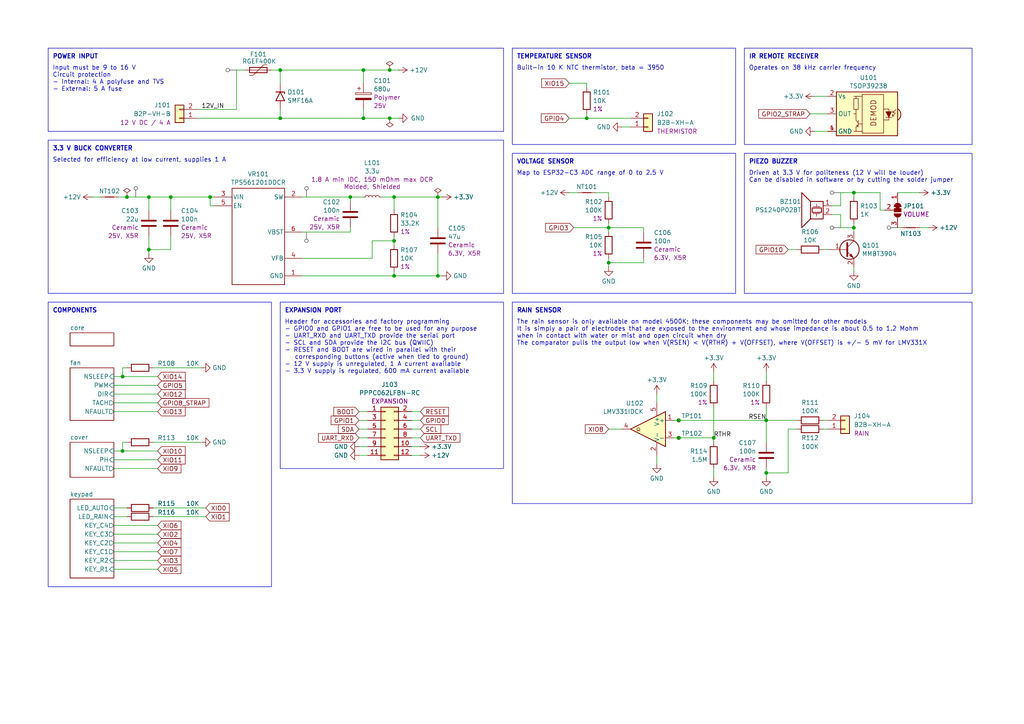
<source format=kicad_sch>
(kicad_sch (version 20231120) (generator "eeschema") (generator_version "8.0")
  (paper "A4")
  (title_block (title "Minuet Fan Controller") (date "2025-03") (rev "2.2") (company "Brown Studios LLC"))
  (lib_symbols
    (symbol "Comparator:LMV331" (pin_names (offset 0.127))
      (property "Reference" "U" (at 1.27 5.08 0))
      (property "Value" "LMV331" (at 3.81 -5.08 0))
      (symbol "LMV331_1_1"
        (pin input line (at -7.62 2.54 0) (length 2.54) (name "+") (number "1"))
        (pin power_in line (at -2.54 -7.62 90) (length 3.81) (name "V-") (number "2"))
        (pin input line (at -7.62 -2.54 0) (length 2.54) (name "-") (number "3"))
        (pin open_collector line (at 7.62 0 180) (length 2.54) (name "~") (number "4"))
        (pin power_in line (at -2.54 7.62 270) (length 3.81) (name "V+") (number "5"))
      )
    )
    (symbol "Connector:TestPoint_Small" (pin_numbers hide) (pin_names (offset 0.762) hide)
      (property "Reference" "TP" (at 0 3.81 0))
      (property "Value" "TestPoint_Small" (at 0 2.032 0))
      (symbol "TestPoint_Small_1_1"
        (pin passive line (at 0 0 90) (length 0) (name "1") (number "1"))
      )
    )
    (symbol "Connector_Generic:Conn_01x02" (pin_names (offset 1.016) hide)
      (property "Reference" "J" (at 0 2.54 0))
      (property "Value" "Conn_01x02" (at 0 -5.08 0))
      (symbol "Conn_01x02_1_1"
        (pin passive line (at -5.08 0 0) (length 3.81) (name "Pin_1") (number "1"))
        (pin passive line (at -5.08 -2.54 0) (length 3.81) (name "Pin_2") (number "2"))
      )
    )
    (symbol "Connector_Generic:Conn_02x06_Odd_Even" (pin_names (offset 1.016) hide)
      (property "Reference" "J" (at 1.27 7.62 0))
      (property "Value" "Conn_02x06_Odd_Even" (at 1.27 -10.16 0))
      (symbol "Conn_02x06_Odd_Even_1_1"
        (pin passive line (at -5.08 5.08 0) (length 3.81) (name "Pin_1") (number "1"))
        (pin passive line (at 7.62 -5.08 180) (length 3.81) (name "Pin_10") (number "10"))
        (pin passive line (at -5.08 -7.62 0) (length 3.81) (name "Pin_11") (number "11"))
        (pin passive line (at 7.62 -7.62 180) (length 3.81) (name "Pin_12") (number "12"))
        (pin passive line (at 7.62 5.08 180) (length 3.81) (name "Pin_2") (number "2"))
        (pin passive line (at -5.08 2.54 0) (length 3.81) (name "Pin_3") (number "3"))
        (pin passive line (at 7.62 2.54 180) (length 3.81) (name "Pin_4") (number "4"))
        (pin passive line (at -5.08 0 0) (length 3.81) (name "Pin_5") (number "5"))
        (pin passive line (at 7.62 0 180) (length 3.81) (name "Pin_6") (number "6"))
        (pin passive line (at -5.08 -2.54 0) (length 3.81) (name "Pin_7") (number "7"))
        (pin passive line (at 7.62 -2.54 180) (length 3.81) (name "Pin_8") (number "8"))
        (pin passive line (at -5.08 -5.08 0) (length 3.81) (name "Pin_9") (number "9"))
      )
    )
    (symbol "Device:C" (pin_numbers hide) (pin_names (offset 0.254))
      (property "Reference" "C" (at 0.635 2.54 0))
      (property "Value" "C" (at 0.635 -2.54 0))
      (symbol "C_1_1"
        (pin passive line (at 0 3.81 270) (length 2.794) (name "~") (number "1"))
        (pin passive line (at 0 -3.81 90) (length 2.794) (name "~") (number "2"))
      )
    )
    (symbol "Device:C_Polarized" (pin_numbers hide) (pin_names (offset 0.254))
      (property "Reference" "C" (at 0.635 2.54 0))
      (property "Value" "C_Polarized" (at 0.635 -2.54 0))
      (symbol "C_Polarized_1_1"
        (pin passive line (at 0 3.81 270) (length 2.794) (name "~") (number "1"))
        (pin passive line (at 0 -3.81 90) (length 2.794) (name "~") (number "2"))
      )
    )
    (symbol "Device:L_Small" (pin_numbers hide) (pin_names (offset 0.254) hide)
      (property "Reference" "L" (at 0.762 1.016 0))
      (property "Value" "L_Small" (at 0.762 -1.016 0))
      (symbol "L_Small_1_1"
        (pin passive line (at 0 2.54 270) (length 0.508) (name "~") (number "1"))
        (pin passive line (at 0 -2.54 90) (length 0.508) (name "~") (number "2"))
      )
    )
    (symbol "Device:NetTie_2" (pin_numbers hide) (pin_names (offset 0) hide) (in_bom no)
      (property "Reference" "NT" (at 0 1.27 0))
      (property "Value" "NetTie_2" (at 0 -1.27 0))
      (symbol "NetTie_2_1_1"
        (pin passive line (at -2.54 0 0) (length 2.54) (name "1") (number "1"))
        (pin passive line (at 2.54 0 180) (length 2.54) (name "2") (number "2"))
      )
    )
    (symbol "Device:Polyfuse" (pin_numbers hide) (pin_names (offset 0))
      (property "Reference" "F" (at -2.54 0 90))
      (property "Value" "Polyfuse" (at 2.54 0 90))
      (symbol "Polyfuse_1_1"
        (pin passive line (at 0 3.81 270) (length 1.27) (name "~") (number "1"))
        (pin passive line (at 0 -3.81 90) (length 1.27) (name "~") (number "2"))
      )
    )
    (symbol "Device:R" (pin_numbers hide) (pin_names (offset 0))
      (property "Reference" "R" (at 2.032 0 90))
      (property "Value" "R" (at 0 0 90))
      (symbol "R_1_1"
        (pin passive line (at 0 3.81 270) (length 1.27) (name "~") (number "1"))
        (pin passive line (at 0 -3.81 90) (length 1.27) (name "~") (number "2"))
      )
    )
    (symbol "Device:Speaker_Crystal" (pin_names (offset 0) hide)
      (property "Reference" "LS" (at 0.635 5.715 0))
      (property "Value" "Speaker_Crystal" (at 0.635 3.81 0))
      (symbol "Speaker_Crystal_1_1"
        (pin input line (at -5.08 0 0) (length 2.54) (name "1") (number "1"))
        (pin input line (at -5.08 -2.54 0) (length 2.54) (name "2") (number "2"))
      )
    )
    (symbol "Diode:SMF16A" (pin_numbers hide) (pin_names (offset 1.016) hide)
      (property "Reference" "D" (at 0 2.54 0))
      (property "Value" "SMF16A" (at 0 -2.54 0))
      (symbol "SMF16A_1_1"
        (pin passive line (at -3.81 0 0) (length 2.54) (name "A1") (number "1"))
        (pin passive line (at 3.81 0 180) (length 2.54) (name "A2") (number "2"))
      )
    )
    (symbol "Jumper:SolderJumper_3_Bridged12" (pin_names (offset 0) hide) (exclude_from_sim yes) (in_bom no)
      (property "Reference" "JP" (at -2.54 -2.54 0))
      (property "Value" "SolderJumper_3_Bridged12" (at 0 2.794 0))
      (symbol "SolderJumper_3_Bridged12_1_1"
        (pin passive line (at -5.08 0 0) (length 2.54) (name "A") (number "1"))
        (pin passive line (at 0 -3.81 90) (length 2.54) (name "C") (number "2"))
        (pin passive line (at 5.08 0 180) (length 2.54) (name "B") (number "3"))
      )
    )
    (symbol "TPS561201:TPS561201DDCR" (pin_names (offset 0.254))
      (property "Reference" "U" (at 0 2.54 0))
      (property "Value" "TPS561201DDCR" (at 0 0 0))
      (symbol "TPS561201DDCR_0_1"
        (pin power_in line (at 12.7 -12.7 180) (length 5.08) (name "GND") (number "1"))
        (pin power_in line (at -12.7 10.16 0) (length 5.08) (name "VIN") (number "3"))
        (pin input line (at 12.7 -7.62 180) (length 5.08) (name "VFB") (number "4"))
        (pin input line (at -12.7 7.62 0) (length 5.08) (name "EN") (number "5"))
      )
      (symbol "TPS561201DDCR_1_1"
        (pin power_out line (at 12.7 10.16 180) (length 5.08) (name "SW") (number "2"))
        (pin input line (at 12.7 0 180) (length 5.08) (name "VBST") (number "6"))
      )
    )
    (symbol "TSOP39238:TSOP39238"
      (property "Reference" "U" (at -10.16 7.62 0))
      (property "Value" "TSOP39238" (at -10.16 -7.62 0))
      (symbol "TSOP39238_0_0"
        (text "DEMOD" (at -3.175 0.254 900) (effects (font (size 1.524 1.524))))
      )
      (symbol "TSOP39238_1_0"
        (pin power_in line (at 10.16 -5.08 180) (length 2.54) (name "GND") (number "4"))
      )
      (symbol "TSOP39238_1_1"
        (pin power_in line (at 10.16 -5.08 180) (length 2.54) (name "GND") (number "1"))
        (pin power_in line (at 10.16 5.08 180) (length 2.54) (name "Vs") (number "2"))
        (pin output line (at 10.16 0 180) (length 2.54) (name "OUT") (number "3"))
      )
    )
    (symbol "Transistor_BJT:MMBT3904" (pin_names (offset 0) hide)
      (property "Reference" "Q" (at 5.08 1.905 0))
      (property "Value" "MMBT3904" (at 5.08 0 0))
      (symbol "MMBT3904_1_1"
        (pin input line (at -5.08 0 0) (length 5.715) (name "B") (number "1"))
        (pin passive line (at 2.54 -5.08 90) (length 2.54) (name "E") (number "2"))
        (pin passive line (at 2.54 5.08 270) (length 2.54) (name "C") (number "3"))
      )
    )
    (symbol "power:+12V" (power) (pin_numbers hide) (pin_names (offset 0) hide)
      (property "Value" "+12V" (at 0 3.556 0))
      (symbol "+12V_1_1"
        (pin power_in line (at 0 0 90) (length 0) (name "~") (number "1"))
      )
    )
    (symbol "power:+3.3V" (power) (pin_numbers hide) (pin_names (offset 0) hide)
      (property "Value" "+3.3V" (at 0 3.556 0))
      (symbol "+3.3V_1_1"
        (pin power_in line (at 0 0 90) (length 0) (name "~") (number "1"))
      )
    )
    (symbol "power:GND" (power) (pin_numbers hide) (pin_names (offset 0) hide)
      (property "Value" "GND" (at 0 -3.81 0))
      (symbol "GND_1_1"
        (pin power_in line (at 0 0 270) (length 0) (name "~") (number "1"))
      )
    )
    (symbol "power:PWR_FLAG" (power) (pin_numbers hide) (pin_names (offset 0) hide)
      (property "Value" "PWR_FLAG" (at 0 3.81 0))
      (symbol "PWR_FLAG_0_0"
        (pin power_out line (at 0 0 90) (length 0) (name "~") (number "1"))
      )
    )
  )
  (junction (at 113.03 34.29))
  (junction (at 127 80.01))
  (junction (at 105.41 20.32))
  (junction (at 101.6 57.15))
  (junction (at 49.53 57.15))
  (junction (at 247.65 66.04))
  (junction (at 114.3 69.85))
  (junction (at 196.85 127))
  (junction (at 114.3 57.15))
  (junction (at 114.3 80.01))
  (junction (at 81.28 34.29))
  (junction (at 176.53 76.2))
  (junction (at 170.18 34.29))
  (junction (at 81.28 20.32))
  (junction (at 43.18 57.15))
  (junction (at 36.83 57.15))
  (junction (at 113.03 20.32))
  (junction (at 196.85 121.92))
  (junction (at 222.25 121.92))
  (junction (at 35.56 130.81))
  (junction (at 43.18 72.39))
  (junction (at 127 57.15))
  (junction (at 222.25 137.16))
  (junction (at 207.01 127))
  (junction (at 176.53 66.04))
  (junction (at 35.56 109.22))
  (junction (at 60.96 57.15))
  (junction (at 105.41 34.29))
  (junction (at 247.65 55.88))
  (wire (pts (xy 114.3 57.15) (xy 127 57.15)))
  (wire (pts (xy 243.84 55.88) (xy 247.65 55.88)))
  (wire (pts (xy 207.01 107.95) (xy 207.01 110.49)))
  (wire (pts (xy 170.18 33.02) (xy 170.18 34.29)))
  (wire (pts (xy 196.85 121.92) (xy 222.25 121.92)))
  (wire (pts (xy 33.02 109.22) (xy 35.56 109.22)))
  (wire (pts (xy 176.53 66.04) (xy 186.69 66.04)))
  (wire (pts (xy 121.92 124.46) (xy 119.38 124.46)))
  (wire (pts (xy 114.3 57.15) (xy 114.3 60.96)))
  (wire (pts (xy 36.83 57.15) (xy 43.18 57.15)))
  (wire (pts (xy 87.63 74.93) (xy 107.95 74.93)))
  (wire (pts (xy 49.53 57.15) (xy 49.53 60.96)))
  (wire (pts (xy 190.5 114.3) (xy 190.5 116.84)))
  (wire (pts (xy 33.02 135.89) (xy 45.72 135.89)))
  (wire (pts (xy 114.3 68.58) (xy 114.3 69.85)))
  (wire (pts (xy 68.58 20.32) (xy 71.12 20.32)))
  (wire (pts (xy 43.18 72.39) (xy 49.53 72.39)))
  (wire (pts (xy 182.88 36.83) (xy 180.34 36.83)))
  (wire (pts (xy 176.53 55.88) (xy 176.53 57.15)))
  (wire (pts (xy 166.37 66.04) (xy 176.53 66.04)))
  (wire (pts (xy 121.92 119.38) (xy 119.38 119.38)))
  (wire (pts (xy 110.49 57.15) (xy 114.3 57.15)))
  (wire (pts (xy 127 80.01) (xy 128.27 80.01)))
  (wire (pts (xy 190.5 132.08) (xy 190.5 134.62)))
  (wire (pts (xy 269.24 66.04) (xy 266.7 66.04)))
  (wire (pts (xy 68.58 20.32) (xy 68.58 31.75)))
  (wire (pts (xy 114.3 78.74) (xy 114.3 80.01)))
  (wire (pts (xy 113.03 20.32) (xy 115.57 20.32)))
  (wire (pts (xy 222.25 135.89) (xy 222.25 137.16)))
  (wire (pts (xy 256.54 60.96) (xy 255.27 60.96)))
  (wire (pts (xy 247.65 55.88) (xy 247.65 57.15)))
  (wire (pts (xy 222.25 118.11) (xy 222.25 121.92)))
  (wire (pts (xy 207.01 118.11) (xy 207.01 127)))
  (wire (pts (xy 106.68 132.08) (xy 104.14 132.08)))
  (wire (pts (xy 241.3 59.69) (xy 243.84 59.69)))
  (wire (pts (xy 87.63 80.01) (xy 114.3 80.01)))
  (wire (pts (xy 247.65 55.88) (xy 255.27 55.88)))
  (wire (pts (xy 243.84 66.04) (xy 247.65 66.04)))
  (wire (pts (xy 228.6 137.16) (xy 222.25 137.16)))
  (wire (pts (xy 121.92 129.54) (xy 119.38 129.54)))
  (wire (pts (xy 33.02 114.3) (xy 45.72 114.3)))
  (wire (pts (xy 243.84 55.88) (xy 243.84 59.69)))
  (wire (pts (xy 238.76 72.39) (xy 240.03 72.39)))
  (wire (pts (xy 176.53 124.46) (xy 180.34 124.46)))
  (wire (pts (xy 196.85 127) (xy 207.01 127)))
  (wire (pts (xy 260.35 55.88) (xy 266.7 55.88)))
  (wire (pts (xy 176.53 76.2) (xy 176.53 77.47)))
  (wire (pts (xy 106.68 124.46) (xy 104.14 124.46)))
  (wire (pts (xy 60.96 57.15) (xy 60.96 59.69)))
  (wire (pts (xy 101.6 67.31) (xy 101.6 66.04)))
  (wire (pts (xy 57.15 31.75) (xy 68.58 31.75)))
  (wire (pts (xy 81.28 20.32) (xy 105.41 20.32)))
  (wire (pts (xy 255.27 60.96) (xy 255.27 55.88)))
  (wire (pts (xy 113.03 34.29) (xy 115.57 34.29)))
  (wire (pts (xy 247.65 66.04) (xy 247.65 67.31)))
  (wire (pts (xy 186.69 74.93) (xy 186.69 76.2)))
  (wire (pts (xy 43.18 57.15) (xy 43.18 60.96)))
  (wire (pts (xy 43.18 68.58) (xy 43.18 72.39)))
  (wire (pts (xy 87.63 67.31) (xy 101.6 67.31)))
  (wire (pts (xy 105.41 20.32) (xy 113.03 20.32)))
  (wire (pts (xy 207.01 135.89) (xy 207.01 138.43)))
  (wire (pts (xy 127 57.15) (xy 128.27 57.15)))
  (wire (pts (xy 78.74 20.32) (xy 81.28 20.32)))
  (wire (pts (xy 60.96 57.15) (xy 62.23 57.15)))
  (wire (pts (xy 49.53 57.15) (xy 60.96 57.15)))
  (wire (pts (xy 170.18 34.29) (xy 182.88 34.29)))
  (wire (pts (xy 195.58 121.92) (xy 196.85 121.92)))
  (wire (pts (xy 81.28 20.32) (xy 81.28 24.13)))
  (wire (pts (xy 260.35 66.04) (xy 261.62 66.04)))
  (wire (pts (xy 170.18 24.13) (xy 170.18 25.4)))
  (wire (pts (xy 247.65 77.47) (xy 247.65 78.74)))
  (wire (pts (xy 105.41 34.29) (xy 113.03 34.29)))
  (wire (pts (xy 186.69 66.04) (xy 186.69 67.31)))
  (wire (pts (xy 119.38 132.08) (xy 121.92 132.08)))
  (wire (pts (xy 228.6 72.39) (xy 231.14 72.39)))
  (wire (pts (xy 33.02 154.94) (xy 45.72 154.94)))
  (wire (pts (xy 165.1 34.29) (xy 170.18 34.29)))
  (wire (pts (xy 105.41 20.32) (xy 105.41 24.13)))
  (wire (pts (xy 34.29 57.15) (xy 36.83 57.15)))
  (wire (pts (xy 114.3 69.85) (xy 114.3 71.12)))
  (wire (pts (xy 231.14 124.46) (xy 228.6 124.46)))
  (wire (pts (xy 127 57.15) (xy 127 66.04)))
  (wire (pts (xy 106.68 129.54) (xy 104.14 129.54)))
  (wire (pts (xy 222.25 121.92) (xy 222.25 128.27)))
  (wire (pts (xy 105.41 31.75) (xy 105.41 34.29)))
  (wire (pts (xy 33.02 165.1) (xy 45.72 165.1)))
  (wire (pts (xy 240.03 33.02) (xy 234.95 33.02)))
  (wire (pts (xy 43.18 72.39) (xy 43.18 73.66)))
  (wire (pts (xy 33.02 133.35) (xy 45.72 133.35)))
  (wire (pts (xy 222.25 121.92) (xy 231.14 121.92)))
  (wire (pts (xy 44.45 128.27) (xy 58.42 128.27)))
  (wire (pts (xy 114.3 80.01) (xy 127 80.01)))
  (wire (pts (xy 195.58 127) (xy 196.85 127)))
  (wire (pts (xy 33.02 157.48) (xy 45.72 157.48)))
  (wire (pts (xy 33.02 116.84) (xy 45.72 116.84)))
  (wire (pts (xy 176.53 64.77) (xy 176.53 66.04)))
  (wire (pts (xy 165.1 55.88) (xy 167.64 55.88)))
  (wire (pts (xy 107.95 69.85) (xy 107.95 74.93)))
  (wire (pts (xy 172.72 55.88) (xy 176.53 55.88)))
  (wire (pts (xy 165.1 24.13) (xy 170.18 24.13)))
  (wire (pts (xy 36.83 147.32) (xy 33.02 147.32)))
  (wire (pts (xy 106.68 121.92) (xy 104.14 121.92)))
  (wire (pts (xy 49.53 68.58) (xy 49.53 72.39)))
  (wire (pts (xy 176.53 74.93) (xy 176.53 76.2)))
  (wire (pts (xy 81.28 31.75) (xy 81.28 34.29)))
  (wire (pts (xy 62.23 59.69) (xy 60.96 59.69)))
  (wire (pts (xy 26.67 57.15) (xy 29.21 57.15)))
  (wire (pts (xy 176.53 66.04) (xy 176.53 67.31)))
  (wire (pts (xy 228.6 124.46) (xy 228.6 137.16)))
  (wire (pts (xy 247.65 64.77) (xy 247.65 66.04)))
  (wire (pts (xy 35.56 106.68) (xy 35.56 109.22)))
  (wire (pts (xy 33.02 111.76) (xy 45.72 111.76)))
  (wire (pts (xy 43.18 57.15) (xy 49.53 57.15)))
  (wire (pts (xy 222.25 137.16) (xy 222.25 138.43)))
  (wire (pts (xy 238.76 121.92) (xy 240.03 121.92)))
  (wire (pts (xy 127 73.66) (xy 127 80.01)))
  (wire (pts (xy 44.45 149.86) (xy 59.69 149.86)))
  (wire (pts (xy 35.56 128.27) (xy 36.83 128.27)))
  (wire (pts (xy 35.56 106.68) (xy 36.83 106.68)))
  (wire (pts (xy 57.15 34.29) (xy 81.28 34.29)))
  (wire (pts (xy 33.02 152.4) (xy 45.72 152.4)))
  (wire (pts (xy 35.56 130.81) (xy 45.72 130.81)))
  (wire (pts (xy 35.56 109.22) (xy 45.72 109.22)))
  (wire (pts (xy 33.02 119.38) (xy 45.72 119.38)))
  (wire (pts (xy 81.28 34.29) (xy 105.41 34.29)))
  (wire (pts (xy 107.95 69.85) (xy 114.3 69.85)))
  (wire (pts (xy 106.68 119.38) (xy 104.14 119.38)))
  (wire (pts (xy 243.84 62.23) (xy 243.84 66.04)))
  (wire (pts (xy 101.6 57.15) (xy 101.6 58.42)))
  (wire (pts (xy 207.01 127) (xy 207.01 128.27)))
  (wire (pts (xy 222.25 107.95) (xy 222.25 110.49)))
  (wire (pts (xy 106.68 127) (xy 104.14 127)))
  (wire (pts (xy 33.02 162.56) (xy 45.72 162.56)))
  (wire (pts (xy 33.02 149.86) (xy 36.83 149.86)))
  (wire (pts (xy 101.6 57.15) (xy 105.41 57.15)))
  (wire (pts (xy 121.92 121.92) (xy 119.38 121.92)))
  (wire (pts (xy 238.76 124.46) (xy 240.03 124.46)))
  (wire (pts (xy 240.03 27.94) (xy 236.22 27.94)))
  (wire (pts (xy 87.63 57.15) (xy 101.6 57.15)))
  (wire (pts (xy 121.92 127) (xy 119.38 127)))
  (wire (pts (xy 33.02 130.81) (xy 35.56 130.81)))
  (wire (pts (xy 35.56 128.27) (xy 35.56 130.81)))
  (wire (pts (xy 44.45 147.32) (xy 59.69 147.32)))
  (wire (pts (xy 44.45 106.68) (xy 58.42 106.68)))
  (wire (pts (xy 176.53 76.2) (xy 186.69 76.2)))
  (wire (pts (xy 240.03 38.1) (xy 236.22 38.1)))
  (wire (pts (xy 33.02 160.02) (xy 45.72 160.02)))
  (wire (pts (xy 241.3 62.23) (xy 243.84 62.23)))
  (rectangle (start 13.97 40.64) (end 146.05 85.09))
  (rectangle (start 13.97 13.97) (end 146.05 38.1))
  (rectangle (start 148.59 13.97) (end 213.36 41.91))
  (rectangle (start 148.59 44.45) (end 213.36 85.09))
  (rectangle (start 215.9 44.45) (end 281.94 85.09))
  (rectangle (start 215.9 13.97) (end 281.94 41.91))
  (rectangle (start 148.59 87.63) (end 281.94 146.05))
  (rectangle (start 13.97 87.63) (end 78.74 170.18))
  (rectangle (start 81.28 87.63) (end 146.05 135.89))
  (text "RAIN SENSOR" (at 149.86 90.17 0) (effects (font (size 1.27 1.27) (thickness 0.254) (bold yes)) (justify left)))
  (text "VOLTAGE SENSOR" (at 149.86 46.99 0) (effects (font (size 1.27 1.27) (thickness 0.254) (bold yes)) (justify left)))
  (text "Driven at 3.3 V for politeness (12 V will be louder)\nCan be disabled in software or by cutting the solder jumper" (at 217.17 49.53 0) (effects (font (size 1.27 1.27)) (justify left top)))
  (text "POWER INPUT" (at 15.24 16.51 0) (effects (font (size 1.27 1.27) (thickness 0.254) (bold yes)) (justify left)))
  (text "3.3 V BUCK CONVERTER" (at 15.24 43.18 0) (effects (font (size 1.27 1.27) (thickness 0.254) (bold yes)) (justify left)))
  (text "EXPANSION PORT" (at 82.55 90.17 0) (effects (font (size 1.27 1.27) (thickness 0.254) (bold yes)) (justify left)))
  (text "Operates on 38 kHz carrier frequency" (at 217.17 19.05 0) (effects (font (size 1.27 1.27)) (justify left top)))
  (text "The rain sensor is only available on model 4500K; these components may be omitted for other models\nIt is simply a pair of electrodes that are exposed to the environment and whose impedance is about 0.5 to 1.2 Mohm\nwhen in contact with water or mist and open circuit when dry\nThe comparator pulls the output low when V(RSEN) < V(RTHR) + V(OFFSET), where V(OFFSET) is +/- 5 mV for LMV331X" (at 149.86 92.71 0) (effects (font (size 1.27 1.27)) (justify left top)))
  (text "Input must be 9 to 16 V\nCircuit protection\n- Internal: 4 A polyfuse and TVS\n- External: 5 A fuse" (at 15.24 19.05 0) (effects (font (size 1.27 1.27)) (justify left top)))
  (text "Header for accessories and factory programming\n- GPIO0 and GPIO1 are free to be used for any purpose\n- UART_RXD and UART_TXD provide the serial port\n- SCL and SDA provide the I2C bus (QWIIC)\n- RESET and BOOT are wired in parallel with their\n   corresponding buttons (active when tied to ground)\n- 12 V supply is unregulated, 1 A current available\n- 3.3 V supply is regulated, 600 mA current available" (at 82.55 92.71 0) (effects (font (size 1.27 1.27)) (justify left top)))
  (text "IR REMOTE RECEIVER" (at 217.17 16.51 0) (effects (font (size 1.27 1.27) (thickness 0.254) (bold yes)) (justify left)))
  (text "PIEZO BUZZER" (at 217.17 46.99 0) (effects (font (size 1.27 1.27) (thickness 0.254) (bold yes)) (justify left)))
  (text "Selected for efficiency at low current, supplies 1 A" (at 15.24 45.72 0) (effects (font (size 1.27 1.27)) (justify left top)))
  (text "TEMPERATURE SENSOR" (at 149.86 16.51 0) (effects (font (size 1.27 1.27) (thickness 0.254) (bold yes)) (justify left)))
  (text "Map to ESP32-C3 ADC range of 0 to 2.5 V" (at 149.86 49.53 0) (effects (font (size 1.27 1.27)) (justify left top)))
  (text "Built-in 10 K NTC thermistor, beta = 3950" (at 149.86 19.05 0) (effects (font (size 1.27 1.27)) (justify left top)))
  (text "COMPONENTS" (at 15.24 90.17 0) (effects (font (size 1.27 1.27) (thickness 0.254) (bold yes)) (justify left)))
  (label "12V_IN" (at 58.42 31.75 0))
  (label "RSEN" (at 222.25 121.92 180))
  (label "RTHR" (at 207.01 127 0))
  (global_label "GPIO3" (shape input) (at 166.37 66.04 180) (property "Intersheetrefs" "${INTERSHEET_REFS}" (effects (hide yes))))
  (global_label "GPIO4" (shape input) (at 165.1 34.29 180) (property "Intersheetrefs" "${INTERSHEET_REFS}" (effects (hide yes))))
  (global_label "GPIO0" (shape input) (at 121.92 121.92 0) (property "Intersheetrefs" "${INTERSHEET_REFS}" (effects (hide yes))))
  (global_label "UART_TXD" (shape input) (at 121.92 127 0) (property "Intersheetrefs" "${INTERSHEET_REFS}" (effects (hide yes))))
  (global_label "XIO3" (shape input) (at 45.72 162.56 0) (property "Intersheetrefs" "${INTERSHEET_REFS}" (effects (hide yes))))
  (global_label "XIO6" (shape input) (at 45.72 152.4 0) (property "Intersheetrefs" "${INTERSHEET_REFS}" (effects (hide yes))))
  (global_label "XIO5" (shape input) (at 45.72 165.1 0) (property "Intersheetrefs" "${INTERSHEET_REFS}" (effects (hide yes))))
  (global_label "UART_RXD" (shape input) (at 104.14 127 180) (property "Intersheetrefs" "${INTERSHEET_REFS}" (effects (hide yes))))
  (global_label "SCL" (shape input) (at 121.92 124.46 0) (property "Intersheetrefs" "${INTERSHEET_REFS}" (effects (hide yes))))
  (global_label "GPIO10" (shape input) (at 228.6 72.39 180) (property "Intersheetrefs" "${INTERSHEET_REFS}" (effects (hide yes))))
  (global_label "XIO2" (shape input) (at 45.72 154.94 0) (property "Intersheetrefs" "${INTERSHEET_REFS}" (effects (hide yes))))
  (global_label "XIO1" (shape input) (at 59.69 149.86 0) (property "Intersheetrefs" "${INTERSHEET_REFS}" (effects (hide yes))))
  (global_label "XIO12" (shape input) (at 45.72 114.3 0) (property "Intersheetrefs" "${INTERSHEET_REFS}" (effects (hide yes))))
  (global_label "XIO11" (shape input) (at 45.72 133.35 0) (property "Intersheetrefs" "${INTERSHEET_REFS}" (effects (hide yes))))
  (global_label "XIO0" (shape input) (at 59.69 147.32 0) (property "Intersheetrefs" "${INTERSHEET_REFS}" (effects (hide yes))))
  (global_label "XIO9" (shape input) (at 45.72 135.89 0) (property "Intersheetrefs" "${INTERSHEET_REFS}" (effects (hide yes))))
  (global_label "GPIO5" (shape input) (at 45.72 111.76 0) (property "Intersheetrefs" "${INTERSHEET_REFS}" (effects (hide yes))))
  (global_label "BOOT" (shape input) (at 104.14 119.38 180) (property "Intersheetrefs" "${INTERSHEET_REFS}" (effects (hide yes))))
  (global_label "XIO14" (shape input) (at 45.72 109.22 0) (property "Intersheetrefs" "${INTERSHEET_REFS}" (effects (hide yes))))
  (global_label "RESET" (shape input) (at 121.92 119.38 0) (property "Intersheetrefs" "${INTERSHEET_REFS}" (effects (hide yes))))
  (global_label "XIO13" (shape input) (at 45.72 119.38 0) (property "Intersheetrefs" "${INTERSHEET_REFS}" (effects (hide yes))))
  (global_label "XIO8" (shape input) (at 176.53 124.46 180) (property "Intersheetrefs" "${INTERSHEET_REFS}" (effects (hide yes))))
  (global_label "GPIO1" (shape input) (at 104.14 121.92 180) (property "Intersheetrefs" "${INTERSHEET_REFS}" (effects (hide yes))))
  (global_label "GPIO2_STRAP" (shape input) (at 234.95 33.02 180) (property "Intersheetrefs" "${INTERSHEET_REFS}" (effects (hide yes))))
  (global_label "XIO10" (shape input) (at 45.72 130.81 0) (property "Intersheetrefs" "${INTERSHEET_REFS}" (effects (hide yes))))
  (global_label "SDA" (shape input) (at 104.14 124.46 180) (property "Intersheetrefs" "${INTERSHEET_REFS}" (effects (hide yes))))
  (global_label "GPIO8_STRAP" (shape input) (at 45.72 116.84 0) (property "Intersheetrefs" "${INTERSHEET_REFS}" (effects (hide yes))))
  (global_label "XIO15" (shape input) (at 165.1 24.13 180) (property "Intersheetrefs" "${INTERSHEET_REFS}" (effects (hide yes))))
  (global_label "XIO7" (shape input) (at 45.72 160.02 0) (property "Intersheetrefs" "${INTERSHEET_REFS}" (effects (hide yes))))
  (global_label "XIO4" (shape input) (at 45.72 157.48 0) (property "Intersheetrefs" "${INTERSHEET_REFS}" (effects (hide yes))))
  (netclass_flag "" (length 2.54) (shape round) (at 68.58 20.32 90) (property "Netclass" "Power-4A" (effects (hide yes))))
  (netclass_flag "" (length 2.54) (shape round) (at 88.9 67.31 180) (property "Netclass" "Power" (effects (hide yes))))
  (netclass_flag "" (length 2.54) (shape round) (at 88.9 57.15 0) (property "Netclass" "Power" (effects (hide yes))))
  (netclass_flag "" (length 2.54) (shape round) (at 260.35 66.04 90) (property "Netclass" "Power" (effects (hide yes))))
  (netclass_flag "" (length 2.54) (shape round) (at 243.84 66.04 90) (property "Netclass" "Power" (effects (hide yes))))
  (netclass_flag "" (length 2.54) (shape round) (at 243.84 55.88 90) (property "Netclass" "Power" (effects (hide yes))))
  (netclass_flag "" (length 2.54) (shape round) (at 39.37 57.15 0) (property "Netclass" "Power" (effects (hide yes))))
  (symbol (lib_id "Device:Speaker_Crystal") (at 236.22 59.69 0) (mirror y) (unit 1)
    (property "Reference" "BZ101" (at 232.4238 58.4778 0) (effects (justify left)))
    (property "Value" "PS1240P02BT" (at 232.4238 60.9021 0) (effects (justify left)))
    (property "Footprint" "Buzzer_Beeper:Buzzer_TDK_PS1240P02BT_D12.2mm_H6.5mm" (effects (hide yes)))
    (property "Datasheet" "https://product.tdk.com/en/system/files/dam/doc/product/sw_piezo/sw_piezo/piezo-buzzer/catalog/piezoelectronic_buzzer_ps_en.pdf" (effects (hide yes)))
    (property "Description" "Piezo buzzer" (effects (hide yes)))
    (property "LCSC" "C76871" (effects (hide yes)))
  )
  (symbol (lib_id "power:+3.3V") (at 207.01 107.95 0) (mirror y) (unit 1)
    (property "Reference" "#PWR0116" (effects (hide yes)))
    (property "Value" "+3.3V" (at 207.01 103.8169 0))
    (property "Description" "Power symbol creates a global label with name \"+3.3V\"" (effects (hide yes)))
  )
  (symbol (lib_id "TSOP39238:TSOP39238") (at 250.19 33.02 0) (mirror y) (unit 1)
    (property "Reference" "U101" (at 251.925 22.5255 0))
    (property "Value" "TSOP39238" (at 251.925 24.9498 0))
    (property "Footprint" "TSOP39238:TSOP39238_Standoff" (effects (hide yes)))
    (property "Datasheet" "https://www.vishay.com/docs/82778/tsop392.pdf" (effects (hide yes)))
    (property "Description" "IR Receiver Modules for Remote Control Systems" (effects (hide yes)))
    (property "LCSC" "C7128407" (effects (hide yes)))
  )
  (symbol (lib_id "Device:R") (at 40.64 128.27 270) (unit 1)
    (property "Reference" "R113" (at 48.26 127 90))
    (property "Value" "10K" (at 55.88 127 90))
    (property "Footprint" "Resistor_SMD:R_0603_1608Metric" (effects (hide yes)))
    (property "Description" "Resistor" (effects (hide yes)))
  )
  (symbol (lib_id "power:+3.3V") (at 128.27 57.15 270) (unit 1)
    (property "Reference" "#PWR0109" (effects (hide yes)))
    (property "Value" "+3.3V" (at 131.445 57.15 90) (effects (justify left)))
    (property "Description" "Power symbol creates a global label with name \"+3.3V\"" (effects (hide yes)))
  )
  (symbol (lib_id "power:GND") (at 104.14 132.08 270) (mirror x) (unit 1)
    (property "Reference" "#PWR0122" (effects (hide yes)))
    (property "Value" "GND" (at 100.9651 132.08 90) (effects (justify right)))
    (property "Description" "Power symbol creates a global label with name \"GND\" , ground" (effects (hide yes)))
  )
  (symbol (lib_id "power:GND") (at 180.34 36.83 270) (unit 1)
    (property "Reference" "#PWR0104" (effects (hide yes)))
    (property "Value" "GND" (at 177.1651 36.83 90) (effects (justify right)))
    (property "Description" "Power symbol creates a global label with name \"GND\" , ground" (effects (hide yes)))
  )
  (symbol (lib_id "Device:C_Polarized") (at 105.41 27.94 0) (unit 1)
    (property "Reference" "C101" (at 108.331 23.4145 0) (effects (justify left)))
    (property "Value" "680u" (at 108.331 25.8388 0) (effects (justify left)))
    (property "Footprint" "Capacitor_THT:CP_Radial_D8.0mm_P3.50mm" (effects (hide yes)))
    (property "Description" "Polarized capacitor" (effects (hide yes)))
    (property "Type" "Polymer" (at 108.331 28.2631 0) (effects (justify left)))
    (property "Rating" "25V" (at 108.331 30.6874 0) (effects (justify left)))
    (property "Part" "A750KW687M1EAAE016" (effects (hide yes)))
    (property "LCSC" "C1020064" (effects (hide yes)))
  )
  (symbol (lib_id "power:+12V") (at 121.92 132.08 270) (mirror x) (unit 1)
    (property "Reference" "#PWR0123" (effects (hide yes)))
    (property "Value" "+12V" (at 125.095 132.08 90) (effects (justify left)))
    (property "Description" "Power symbol creates a global label with name \"+12V\"" (effects (hide yes)))
  )
  (symbol (lib_id "Device:NetTie_2") (at 264.16 66.04 180) (unit 1) (in_bom no)
    (property "Reference" "NT103" (at 264.16 67.7601 0))
    (property "Value" "NetTie_2" (effects (hide yes)))
    (property "Footprint" "Generic:NetTie-2_SMD_Pad0.4mm" (effects (hide yes)))
    (property "Description" "Net tie, 2 pins" (effects (hide yes)))
  )
  (symbol (lib_id "power:PWR_FLAG") (at 113.03 20.32 0) (unit 1)
    (property "Reference" "#FLG0101" (effects (hide yes)))
    (property "Value" "PWR_FLAG" (effects (hide yes)))
    (property "Description" "Special symbol for telling ERC where power comes from" (effects (hide yes)))
  )
  (symbol (lib_id "power:+3.3V") (at 236.22 27.94 90) (mirror x) (unit 1)
    (property "Reference" "#PWR0102" (effects (hide yes)))
    (property "Value" "+3.3V" (at 233.045 27.94 90) (effects (justify left)))
    (property "Description" "Power symbol creates a global label with name \"+3.3V\"" (effects (hide yes)))
  )
  (symbol (lib_id "power:GND") (at 115.57 34.29 90) (unit 1)
    (property "Reference" "#PWR0103" (effects (hide yes)))
    (property "Value" "GND" (at 119.126 34.29 90) (effects (justify right)))
    (property "Description" "Power symbol creates a global label with name \"GND\" , ground" (effects (hide yes)))
  )
  (symbol (lib_id "Transistor_BJT:MMBT3904") (at 245.11 72.39 0) (unit 1)
    (property "Reference" "Q101" (at 249.9614 71.1778 0) (effects (justify left)))
    (property "Value" "MMBT3904" (at 249.9614 73.6021 0) (effects (justify left)))
    (property "Footprint" "Package_TO_SOT_SMD:SOT-23" (effects (hide yes)))
    (property "Datasheet" "https://www.onsemi.com/pdf/datasheet/pzt3904-d.pdf" (effects (hide yes)))
    (property "Description" "0.2A Ic, 40V Vce, Small Signal NPN Transistor, SOT-23" (effects (hide yes)))
    (property "LCSC" "C239187" (effects (hide yes)))
  )
  (symbol (lib_id "Device:R") (at 247.65 60.96 0) (mirror y) (unit 1)
    (property "Reference" "R103" (at 249.428 59.7478 0) (effects (justify right)))
    (property "Value" "1K" (at 249.428 62.1721 0) (effects (justify right)))
    (property "Footprint" "Resistor_SMD:R_0603_1608Metric" (effects (hide yes)))
    (property "Description" "Resistor" (effects (hide yes)))
  )
  (symbol (lib_id "Device:R") (at 222.25 114.3 0) (unit 1)
    (property "Reference" "R110" (at 220.472 111.8757 0) (effects (justify right)))
    (property "Value" "100K" (at 220.472 114.3 0) (effects (justify right)))
    (property "Footprint" "Resistor_SMD:R_0603_1608Metric" (effects (hide yes)))
    (property "Description" "Resistor" (effects (hide yes)))
    (property "Rating" "1%" (at 220.472 116.7243 0) (effects (justify right)))
  )
  (symbol (lib_id "power:+12V") (at 115.57 20.32 270) (unit 1)
    (property "Reference" "#PWR0101" (effects (hide yes)))
    (property "Value" "+12V" (at 118.745 20.32 90) (effects (justify left)))
    (property "Description" "Power symbol creates a global label with name \"+12V\"" (effects (hide yes)))
  )
  (symbol (lib_id "Connector_Generic:Conn_02x06_Odd_Even") (at 111.76 124.46 0) (unit 1)
    (property "Reference" "J103" (at 113.03 111.5413 0))
    (property "Value" "PPPC062LFBN-RC" (at 113.03 113.9656 0))
    (property "Footprint" "Connector_PinSocket_2.54mm:PinSocket_2x06_P2.54mm_Vertical" (effects (hide yes)))
    (property "Datasheet" "https://mm.digikey.com/Volume0/opasdata/d220001/medias/docus/937/Female_Headers.100_DS.pdf" (effects (hide yes)))
    (property "Description" "Generic connector, double row, 02x06, odd/even pin numbering scheme (row 1 odd numbers, row 2 even numbers), script generated (kicad-library-utils/schlib/autogen/connector/)" (effects (hide yes)))
    (property "Label" "EXPANSION" (at 113.03 116.3899 0))
    (property "LCSC" "C20071205" (effects (hide yes)))
  )
  (symbol (lib_id "Jumper:SolderJumper_3_Bridged12") (at 260.35 60.96 270) (unit 1) (exclude_from_sim yes) (in_bom no)
    (property "Reference" "JP101" (at 262.001 59.7478 90) (effects (justify left)))
    (property "Value" "SolderJumper_3_Bridged12" (effects (hide yes)))
    (property "Footprint" "Jumper:SolderJumper-3_P1.3mm_Bridged12_RoundedPad1.0x1.5mm" (effects (hide yes)))
    (property "Description" "3-pole Solder Jumper, pins 1+2 closed/bridged" (effects (hide yes)))
    (property "Label" "VOLUME" (at 262.001 62.1721 90) (effects (justify left)))
  )
  (symbol (lib_id "Device:R") (at 234.95 72.39 270) (mirror x) (unit 1)
    (property "Reference" "R106" (at 234.95 67.2295 90))
    (property "Value" "10K" (at 234.95 69.6538 90))
    (property "Footprint" "Resistor_SMD:R_0603_1608Metric" (effects (hide yes)))
    (property "Description" "Resistor" (effects (hide yes)))
  )
  (symbol (lib_id "Device:R") (at 176.53 71.12 0) (mirror x) (unit 1)
    (property "Reference" "R105" (at 174.7521 68.6957 0) (effects (justify right)))
    (property "Value" "10K" (at 174.7521 71.12 0) (effects (justify right)))
    (property "Footprint" "Resistor_SMD:R_0603_1608Metric" (effects (hide yes)))
    (property "Description" "Resistor" (effects (hide yes)))
    (property "Rating" "1%" (at 174.7521 73.5443 0) (effects (justify right)))
  )
  (symbol (lib_id "Device:R") (at 40.64 147.32 270) (unit 1)
    (property "Reference" "R115" (at 48.26 146.05 90))
    (property "Value" "10K" (at 55.88 146.05 90))
    (property "Footprint" "Resistor_SMD:R_0603_1608Metric" (effects (hide yes)))
    (property "Description" "Resistor" (effects (hide yes)))
  )
  (symbol (lib_id "Device:NetTie_2") (at 170.18 55.88 0) (unit 1) (in_bom no)
    (property "Reference" "NT101" (at 170.18 54.1599 0))
    (property "Value" "NetTie_2" (effects (hide yes)))
    (property "Footprint" "Generic:NetTie-2_SMD_Pad0.2mm" (effects (hide yes)))
    (property "Description" "Net tie, 2 pins" (effects (hide yes)))
  )
  (symbol (lib_id "Device:C") (at 222.25 132.08 0) (unit 1)
    (property "Reference" "C107" (at 219.329 128.4435 0) (effects (justify right)))
    (property "Value" "100n" (at 219.329 130.8678 0) (effects (justify right)))
    (property "Footprint" "Capacitor_SMD:C_0603_1608Metric" (effects (hide yes)))
    (property "Description" "Unpolarized capacitor" (effects (hide yes)))
    (property "Type" "Ceramic" (at 219.329 133.2921 0) (effects (justify right)))
    (property "Rating" "6.3V, X5R" (at 219.329 135.7164 0) (effects (justify right)))
  )
  (symbol (lib_id "Device:R") (at 207.01 114.3 0) (mirror x) (unit 1)
    (property "Reference" "R109" (at 205.2321 111.8757 0) (effects (justify right)))
    (property "Value" "100K" (at 205.2321 114.3 0) (effects (justify right)))
    (property "Footprint" "Resistor_SMD:R_0603_1608Metric" (effects (hide yes)))
    (property "Description" "Resistor" (effects (hide yes)))
    (property "Rating" "1%" (at 205.2321 116.7243 0) (effects (justify right)))
  )
  (symbol (lib_id "Device:R") (at 234.95 124.46 270) (mirror x) (unit 1)
    (property "Reference" "R112" (at 234.95 127 90))
    (property "Value" "100K" (at 234.95 129.54 90))
    (property "Footprint" "Resistor_SMD:R_0603_1608Metric" (effects (hide yes)))
    (property "Description" "Resistor" (effects (hide yes)))
  )
  (symbol (lib_id "Device:R") (at 40.64 106.68 270) (unit 1)
    (property "Reference" "R108" (at 48.26 105.41 90))
    (property "Value" "10K" (at 55.88 105.41 90))
    (property "Footprint" "Resistor_SMD:R_0603_1608Metric" (effects (hide yes)))
    (property "Description" "Resistor" (effects (hide yes)))
  )
  (symbol (lib_id "power:PWR_FLAG") (at 36.83 57.15 0) (unit 1)
    (property "Reference" "#FLG0103" (effects (hide yes)))
    (property "Value" "PWR_FLAG" (effects (hide yes)))
    (property "Description" "Special symbol for telling ERC where power comes from" (effects (hide yes)))
  )
  (symbol (lib_id "Device:L_Small") (at 107.95 57.15 270) (mirror x) (unit 1)
    (property "Reference" "L101" (at 107.95 47.2214 90))
    (property "Value" "3.3u" (at 107.95 49.6457 90))
    (property "Footprint" "Inductor_SMD:L_1008_2520Metric" (effects (hide yes)))
    (property "Description" "Inductor, small symbol" (effects (hide yes)))
    (property "Rating" "1.8 A min IDC, 150 mOhm max DCR" (at 107.95 52.07 90))
    (property "Type" "Molded, Shielded" (at 107.95 54.1689 90))
    (property "Part" "AOTA-B252010S3R3MT" (effects (hide yes)))
    (property "LCSC" "C39846631" (effects (hide yes)))
  )
  (symbol (lib_id "power:+3.3V") (at 222.25 107.95 0) (mirror y) (unit 1)
    (property "Reference" "#PWR0117" (effects (hide yes)))
    (property "Value" "+3.3V" (at 222.25 103.8169 0))
    (property "Description" "Power symbol creates a global label with name \"+3.3V\"" (effects (hide yes)))
  )
  (symbol (lib_id "Connector:TestPoint_Small") (at 196.85 121.92 90) (unit 1) (in_bom no)
    (property "Reference" "TP101" (at 200.66 120.65 90))
    (property "Value" "TestPoint_Small" (effects (hide yes)))
    (property "Footprint" "TestPoint:TestPoint_Pad_D1.0mm" (effects (hide yes)))
    (property "Description" "test point" (effects (hide yes)))
  )
  (symbol (lib_id "power:GND") (at 176.53 77.47 0) (unit 1)
    (property "Reference" "#PWR0112" (effects (hide yes)))
    (property "Value" "GND" (at 176.53 81.6031 0))
    (property "Description" "Power symbol creates a global label with name \"GND\" , ground" (effects (hide yes)))
  )
  (symbol (lib_id "Device:R") (at 114.3 74.93 180) (unit 1)
    (property "Reference" "R107" (at 116.078 72.5057 0) (effects (justify right)))
    (property "Value" "10K" (at 116.078 74.93 0) (effects (justify right)))
    (property "Footprint" "Resistor_SMD:R_0603_1608Metric" (effects (hide yes)))
    (property "Description" "Resistor" (effects (hide yes)))
    (property "Rating" "1%" (at 116.078 77.3543 0) (effects (justify right)))
  )
  (symbol (lib_id "power:GND") (at 222.25 138.43 0) (unit 1)
    (property "Reference" "#PWR0126" (effects (hide yes)))
    (property "Value" "GND" (at 222.25 142.5631 0))
    (property "Description" "Power symbol creates a global label with name \"GND\" , ground" (effects (hide yes)))
  )
  (symbol (lib_id "TPS561201:TPS561201DDCR") (at 74.93 67.31 0) (unit 1)
    (property "Reference" "VR101" (at 74.93 50.4909 0))
    (property "Value" "TPS561201DDCR" (at 74.93 52.9152 0))
    (property "Footprint" "TPS561201:SOT95P280X110-6N" (effects (hide yes)))
    (property "Datasheet" "https://www.ti.com/lit/ds/symlink/tps561201.pdf" (effects (hide yes)))
    (property "LCSC" "C220433" (effects (hide yes)))
  )
  (symbol (lib_id "Device:NetTie_2") (at 31.75 57.15 0) (unit 1) (in_bom no)
    (property "Reference" "NT102" (at 31.75 55.4299 0))
    (property "Value" "NetTie_2" (effects (hide yes)))
    (property "Footprint" "Generic:NetTie-2_SMD_Pad1.0mm" (effects (hide yes)))
    (property "Description" "Net tie, 2 pins" (effects (hide yes)))
  )
  (symbol (lib_id "Device:R") (at 234.95 121.92 270) (unit 1)
    (property "Reference" "R111" (at 234.95 116.7595 90))
    (property "Value" "100K" (at 234.95 119.1838 90))
    (property "Footprint" "Resistor_SMD:R_0603_1608Metric" (effects (hide yes)))
    (property "Description" "Resistor" (effects (hide yes)))
  )
  (symbol (lib_id "Device:C") (at 101.6 62.23 0) (mirror y) (unit 1)
    (property "Reference" "C102" (at 98.679 58.5935 0) (effects (justify left)))
    (property "Value" "100n" (at 98.679 61.0178 0) (effects (justify left)))
    (property "Footprint" "Capacitor_SMD:C_0603_1608Metric" (effects (hide yes)))
    (property "Description" "Unpolarized capacitor" (effects (hide yes)))
    (property "Type" "Ceramic" (at 98.679 63.4421 0) (effects (justify left)))
    (property "Rating" "25V, X5R" (at 98.679 65.8664 0) (effects (justify left)))
  )
  (symbol (lib_id "Device:C") (at 127 69.85 0) (mirror y) (unit 1)
    (property "Reference" "C105" (at 129.921 66.2135 0) (effects (justify right)))
    (property "Value" "47u" (at 129.921 68.6378 0) (effects (justify right)))
    (property "Footprint" "Capacitor_SMD:C_0805_2012Metric" (effects (hide yes)))
    (property "Description" "Unpolarized capacitor" (effects (hide yes)))
    (property "Type" "Ceramic" (at 129.921 71.0621 0) (effects (justify right)))
    (property "Rating" "6.3V, X5R" (at 129.921 73.4864 0) (effects (justify right)))
  )
  (symbol (lib_id "Connector:TestPoint_Small") (at 196.85 127 90) (unit 1) (in_bom no)
    (property "Reference" "TP102" (at 200.66 125.73 90))
    (property "Value" "TestPoint_Small" (effects (hide yes)))
    (property "Footprint" "TestPoint:TestPoint_Pad_D1.0mm" (effects (hide yes)))
    (property "Description" "test point" (effects (hide yes)))
  )
  (symbol (lib_id "power:GND") (at 207.01 138.43 0) (unit 1)
    (property "Reference" "#PWR0125" (effects (hide yes)))
    (property "Value" "GND" (at 207.01 142.5631 0))
    (property "Description" "Power symbol creates a global label with name \"GND\" , ground" (effects (hide yes)))
  )
  (symbol (lib_id "Device:C") (at 186.69 71.12 0) (unit 1)
    (property "Reference" "C106" (at 189.611 67.4835 0) (effects (justify left)))
    (property "Value" "100n" (at 189.611 69.9078 0) (effects (justify left)))
    (property "Footprint" "Capacitor_SMD:C_0603_1608Metric" (effects (hide yes)))
    (property "Description" "Unpolarized capacitor" (effects (hide yes)))
    (property "Type" "Ceramic" (at 189.611 72.3321 0) (effects (justify left)))
    (property "Rating" "6.3V, X5R" (at 189.611 74.7564 0) (effects (justify left)))
  )
  (symbol (lib_id "Device:R") (at 40.64 149.86 270) (unit 1)
    (property "Reference" "R116" (at 48.26 148.59 90))
    (property "Value" "10K" (at 55.88 148.59 90))
    (property "Footprint" "Resistor_SMD:R_0603_1608Metric" (effects (hide yes)))
    (property "Description" "Resistor" (effects (hide yes)))
  )
  (symbol (lib_id "power:GND") (at 43.18 73.66 0) (unit 1)
    (property "Reference" "#PWR0111" (effects (hide yes)))
    (property "Value" "GND" (at 43.18 77.7931 0))
    (property "Description" "Power symbol creates a global label with name \"GND\" , ground" (effects (hide yes)))
  )
  (symbol (lib_id "power:GND") (at 247.65 78.74 0) (unit 1)
    (property "Reference" "#PWR0113" (effects (hide yes)))
    (property "Value" "GND" (at 247.65 82.8731 0))
    (property "Description" "Power symbol creates a global label with name \"GND\" , ground" (effects (hide yes)))
  )
  (symbol (lib_id "Device:Polyfuse") (at 74.93 20.32 90) (unit 1)
    (property "Reference" "F101" (at 74.93 15.748 90))
    (property "Value" "RGEF400K" (at 75.184 17.78 90))
    (property "Footprint" "RGEF:RGEF400K" (effects (hide yes)))
    (property "Datasheet" "https://www.littelfuse.com/assetdocs/resettable-ptc-rgef-datasheet?assetguid=453af5cb-13ee-438c-afaa-f2302ee28ec8" (effects (hide yes)))
    (property "Description" "Resettable fuse, polymeric positive temperature coefficient" (effects (hide yes)))
    (property "LCSC" "C468987" (effects (hide yes)))
  )
  (symbol (lib_id "Device:C") (at 49.53 64.77 0) (unit 1)
    (property "Reference" "C104" (at 52.451 61.1335 0) (effects (justify left)))
    (property "Value" "100n" (at 52.451 63.5578 0) (effects (justify left)))
    (property "Footprint" "Capacitor_SMD:C_0603_1608Metric" (effects (hide yes)))
    (property "Description" "Unpolarized capacitor" (effects (hide yes)))
    (property "Type" "Ceramic" (at 52.451 65.9821 0) (effects (justify left)))
    (property "Rating" "25V, X5R" (at 52.451 68.4064 0) (effects (justify left)))
  )
  (symbol (lib_id "power:GND") (at 58.42 106.68 90) (unit 1)
    (property "Reference" "#PWR0115" (effects (hide yes)))
    (property "Value" "GND" (at 61.595 106.68 90) (effects (justify right)))
    (property "Description" "Power symbol creates a global label with name \"GND\" , ground" (effects (hide yes)))
  )
  (symbol (lib_id "power:GND") (at 128.27 80.01 90) (unit 1)
    (property "Reference" "#PWR0114" (effects (hide yes)))
    (property "Value" "GND" (at 131.445 80.01 90) (effects (justify right)))
    (property "Description" "Power symbol creates a global label with name \"GND\" , ground" (effects (hide yes)))
  )
  (symbol (lib_id "Connector_Generic:Conn_01x02") (at 187.96 36.83 0) (mirror x) (unit 1)
    (property "Reference" "J102" (at 190.5 33.02 0) (effects (justify left)))
    (property "Value" "B2B-XH-A" (at 190.5 35.56 0) (effects (justify left)))
    (property "Footprint" "Connector_JST:JST_XH_B2B-XH-A_1x02_P2.50mm_Vertical" (effects (hide yes)))
    (property "Description" "Generic connector, single row, 01x02, script generated (kicad-library-utils/schlib/autogen/connector/)" (effects (hide yes)))
    (property "Label" "THERMISTOR" (at 190.5 38.1 0) (effects (justify left)))
    (property "LCSC" "C158012" (effects (hide yes)))
  )
  (symbol (lib_id "Diode:SMF16A") (at 81.28 27.94 270) (unit 1)
    (property "Reference" "D101" (at 83.312 26.7278 90) (effects (justify left)))
    (property "Value" "SMF16A" (at 83.312 29.1521 90) (effects (justify left)))
    (property "Footprint" "Diode_SMD:D_SMF" (effects (hide yes)))
    (property "Datasheet" "https://www.littelfuse.com/assetdocs/tvs-diodes-smf-datasheet" (effects (hide yes)))
    (property "Description" "200W unidirectional Transil Transient Voltage Suppressor, 16Vrwm, SMF" (effects (hide yes)))
    (property "LCSC" "C207257" (effects (hide yes)))
    (property "Alternative" "SMF16A-E3-08" (effects (hide yes)))
  )
  (symbol (lib_id "power:+12V") (at 165.1 55.88 90) (unit 1)
    (property "Reference" "#PWR0106" (effects (hide yes)))
    (property "Value" "+12V" (at 161.925 55.88 90) (effects (justify left)))
    (property "Description" "Power symbol creates a global label with name \"+12V\"" (effects (hide yes)))
  )
  (symbol (lib_id "power:+3.3V") (at 121.92 129.54 270) (mirror x) (unit 1)
    (property "Reference" "#PWR0121" (effects (hide yes)))
    (property "Value" "+3.3V" (at 125.095 129.54 90) (effects (justify left)))
    (property "Description" "Power symbol creates a global label with name \"+3.3V\"" (effects (hide yes)))
  )
  (symbol (lib_id "Device:R") (at 207.01 132.08 0) (mirror x) (unit 1)
    (property "Reference" "R114" (at 205.2321 130.8678 0) (effects (justify right)))
    (property "Value" "1.5M" (at 205.2321 133.2921 0) (effects (justify right)))
    (property "Footprint" "Resistor_SMD:R_0603_1608Metric" (effects (hide yes)))
    (property "Description" "Resistor" (effects (hide yes)))
  )
  (symbol (lib_id "power:GND") (at 58.42 128.27 90) (unit 1)
    (property "Reference" "#PWR0119" (effects (hide yes)))
    (property "Value" "GND" (at 61.595 128.27 90) (effects (justify right)))
    (property "Description" "Power symbol creates a global label with name \"GND\" , ground" (effects (hide yes)))
  )
  (symbol (lib_id "Device:R") (at 114.3 64.77 180) (unit 1)
    (property "Reference" "R104" (at 116.078 62.3457 0) (effects (justify right)))
    (property "Value" "33.2K" (at 116.078 64.77 0) (effects (justify right)))
    (property "Footprint" "Resistor_SMD:R_0603_1608Metric" (effects (hide yes)))
    (property "Description" "Resistor" (effects (hide yes)))
    (property "Rating" "1%" (at 116.078 67.1943 0) (effects (justify right)))
  )
  (symbol (lib_id "Device:R") (at 170.18 29.21 180) (unit 1)
    (property "Reference" "R101" (at 171.958 26.7857 0) (effects (justify right)))
    (property "Value" "10K" (at 171.958 29.21 0) (effects (justify right)))
    (property "Footprint" "Resistor_SMD:R_0603_1608Metric" (effects (hide yes)))
    (property "Description" "Resistor" (effects (hide yes)))
    (property "Rating" "1%" (at 171.958 31.6343 0) (effects (justify right)))
  )
  (symbol (lib_id "power:GND") (at 236.22 38.1 270) (mirror x) (unit 1)
    (property "Reference" "#PWR0105" (effects (hide yes)))
    (property "Value" "GND" (at 233.045 38.1 90) (effects (justify right)))
    (property "Description" "Power symbol creates a global label with name \"GND\" , ground" (effects (hide yes)))
  )
  (symbol (lib_id "power:+12V") (at 269.24 66.04 270) (unit 1)
    (property "Reference" "#PWR0110" (effects (hide yes)))
    (property "Value" "+12V" (at 272.415 66.04 90) (effects (justify left)))
    (property "Description" "Power symbol creates a global label with name \"+12V\"" (effects (hide yes)))
  )
  (symbol (lib_id "power:PWR_FLAG") (at 127 57.15 0) (unit 1)
    (property "Reference" "#FLG0104" (effects (hide yes)))
    (property "Value" "PWR_FLAG" (effects (hide yes)))
    (property "Description" "Special symbol for telling ERC where power comes from" (effects (hide yes)))
  )
  (symbol (lib_id "power:GND") (at 190.5 134.62 0) (unit 1)
    (property "Reference" "#PWR0124" (effects (hide yes)))
    (property "Value" "GND" (at 190.5 138.7531 0))
    (property "Description" "Power symbol creates a global label with name \"GND\" , ground" (effects (hide yes)))
  )
  (symbol (lib_id "power:+3.3V") (at 266.7 55.88 270) (unit 1)
    (property "Reference" "#PWR0107" (effects (hide yes)))
    (property "Value" "+3.3V" (at 269.875 55.88 90) (effects (justify left)))
    (property "Description" "Power symbol creates a global label with name \"+3.3V\"" (effects (hide yes)))
  )
  (symbol (lib_id "power:GND") (at 104.14 129.54 270) (mirror x) (unit 1)
    (property "Reference" "#PWR0120" (effects (hide yes)))
    (property "Value" "GND" (at 100.9651 129.54 90) (effects (justify right)))
    (property "Description" "Power symbol creates a global label with name \"GND\" , ground" (effects (hide yes)))
  )
  (symbol (lib_id "Device:C") (at 43.18 64.77 0) (mirror y) (unit 1)
    (property "Reference" "C103" (at 40.259 61.1335 0) (effects (justify left)))
    (property "Value" "22u" (at 40.259 63.5578 0) (effects (justify left)))
    (property "Footprint" "Capacitor_SMD:C_0805_2012Metric" (effects (hide yes)))
    (property "Description" "Unpolarized capacitor" (effects (hide yes)))
    (property "Type" "Ceramic" (at 40.259 65.9821 0) (effects (justify left)))
    (property "Rating" "25V, X5R" (at 40.259 68.4064 0) (effects (justify left)))
  )
  (symbol (lib_id "Comparator:LMV331") (at 187.96 124.46 0) (mirror y) (unit 1)
    (property "Reference" "U102" (at 186.69 116.9557 0) (effects (justify left)))
    (property "Value" "LMV331IDCK" (at 186.69 119.38 0) (effects (justify left)))
    (property "Footprint" "Package_TO_SOT_SMD:SOT-353_SC-70-5" (effects (hide yes)))
    (property "Datasheet" "https://www.ti.com/lit/ds/symlink/lmv331.pdf" (effects (hide yes)))
    (property "Description" "Single General-Purpose Low-Voltage Comparator, SOT-23-5/SC-70-5" (effects (hide yes)))
    (property "Alternative" "LMV331X-SC5R" (effects (hide yes)))
    (property "LCSC" "C7976" (effects (hide yes)))
  )
  (symbol (lib_id "power:+3.3V") (at 190.5 114.3 0) (mirror y) (unit 1)
    (property "Reference" "#PWR0118" (effects (hide yes)))
    (property "Value" "+3.3V" (at 190.5 110.1669 0))
    (property "Description" "Power symbol creates a global label with name \"+3.3V\"" (effects (hide yes)))
  )
  (symbol (lib_id "Device:R") (at 176.53 60.96 0) (mirror x) (unit 1)
    (property "Reference" "R102" (at 174.7521 58.5357 0) (effects (justify right)))
    (property "Value" "100K" (at 174.7521 60.96 0) (effects (justify right)))
    (property "Footprint" "Resistor_SMD:R_0603_1608Metric" (effects (hide yes)))
    (property "Description" "Resistor" (effects (hide yes)))
    (property "Rating" "1%" (at 174.7521 63.3843 0) (effects (justify right)))
  )
  (symbol (lib_id "Connector_Generic:Conn_01x02") (at 245.11 124.46 0) (mirror x) (unit 1)
    (property "Reference" "J104" (at 247.65 120.65 0) (effects (justify left)))
    (property "Value" "B2B-XH-A" (at 247.65 123.19 0) (effects (justify left)))
    (property "Footprint" "Connector_JST:JST_XH_B2B-XH-A_1x02_P2.50mm_Vertical" (effects (hide yes)))
    (property "Description" "Generic connector, single row, 01x02, script generated (kicad-library-utils/schlib/autogen/connector/)" (effects (hide yes)))
    (property "Label" "RAIN" (at 247.65 125.73 0) (effects (justify left)))
    (property "LCSC" "C158012" (effects (hide yes)))
  )
  (symbol (lib_id "power:+12V") (at 26.67 57.15 90) (unit 1)
    (property "Reference" "#PWR0108" (effects (hide yes)))
    (property "Value" "+12V" (at 23.495 57.15 90) (effects (justify left)))
    (property "Description" "Power symbol creates a global label with name \"+12V\"" (effects (hide yes)))
  )
  (symbol (lib_id "Connector_Generic:Conn_01x02") (at 52.07 34.29 180) (unit 1)
    (property "Reference" "J101" (at 49.53 30.48 0) (effects (justify left)))
    (property "Value" "B2P-VH-B" (at 49.53 33.02 0) (effects (justify left)))
    (property "Footprint" "Connector_JST:JST_VH_B2P-VH-B_1x02_P3.96mm_Vertical" (effects (hide yes)))
    (property "Description" "Generic connector, single row, 01x02, script generated (kicad-library-utils/schlib/autogen/connector/)" (effects (hide yes)))
    (property "Label" "12 V DC / 4 A" (at 49.53 35.56 0) (effects (justify left)))
    (property "LCSC" "C265114" (effects (hide yes)))
  )
  (symbol (lib_id "power:PWR_FLAG") (at 113.03 34.29 180) (unit 1)
    (property "Reference" "#FLG0102" (effects (hide yes)))
    (property "Value" "PWR_FLAG" (effects (hide yes)))
    (property "Description" "Special symbol for telling ERC where power comes from" (effects (hide yes)))
  )
  (sheet (at 20.32 106.68) (size 12.7 15.24) (stroke (width 0.1524))
    (property "Sheetname" "fan" (at 20.32 105.9684 0) (effects (justify left bottom)))
    (property "Sheetfile" "fan.kicad_sch" (effects (hide yes)))
    (pin "PWM" input (at 33.02 111.76 0))
    (pin "DIR" input (at 33.02 114.3 0))
    (pin "TACH" output (at 33.02 116.84 0))
    (pin "NSLEEP" input (at 33.02 109.22 0))
    (pin "NFAULT" output (at 33.02 119.38 0))
  )
  (sheet (at 20.32 128.27) (size 12.7 10.16) (stroke (width 0.1524))
    (property "Sheetname" "cover" (at 20.32 127.5584 0) (effects (justify left bottom)))
    (property "Sheetfile" "cover.kicad_sch" (effects (hide yes)))
    (pin "PH" input (at 33.02 133.35 0))
    (pin "NSLEEP" input (at 33.02 130.81 0))
    (pin "NFAULT" output (at 33.02 135.89 0))
  )
  (sheet (at 20.32 96.52) (size 12.7 3.81) (stroke (width 0.1524))
    (property "Sheetname" "core" (at 20.32 95.8084 0) (effects (justify left bottom)))
    (property "Sheetfile" "core.kicad_sch" (effects (hide yes)))
  )
  (sheet (at 20.32 144.78) (size 12.7 22.86) (stroke (width 0.1524))
    (property "Sheetname" "keypad" (at 20.32 144.0684 0) (effects (justify left bottom)))
    (property "Sheetfile" "keypad.kicad_sch" (effects (hide yes)))
    (pin "LED_AUTO" input (at 33.02 147.32 0))
    (pin "KEY_C4" output (at 33.02 152.4 0))
    (pin "LED_RAIN" input (at 33.02 149.86 0))
    (pin "KEY_C3" output (at 33.02 154.94 0))
    (pin "KEY_R1" input (at 33.02 165.1 0))
    (pin "KEY_C2" output (at 33.02 157.48 0))
    (pin "KEY_R2" input (at 33.02 162.56 0))
    (pin "KEY_C1" output (at 33.02 160.02 0))
  )
)
</source>
